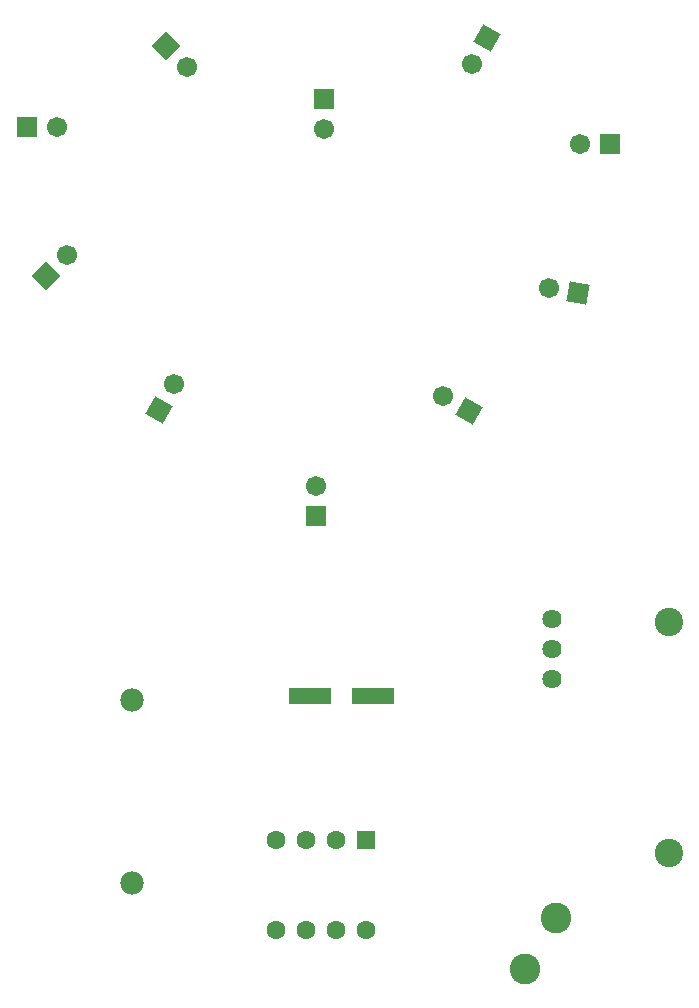
<source format=gts>
G04 Layer: TopSolderMaskLayer*
G04 EasyEDA v6.5.44, 2024-08-08 08:25:12*
G04 3ea92b5279af498992845473a6f1f495,b0d0efe6ac584fe99c24f131b36d675a,10*
G04 Gerber Generator version 0.2*
G04 Scale: 100 percent, Rotated: No, Reflected: No *
G04 Dimensions in millimeters *
G04 leading zeros omitted , absolute positions ,4 integer and 5 decimal *
%FSLAX45Y45*%
%MOMM*%

%AMMACRO1*4,1,8,-1.771,-0.6507,-1.8007,-0.6208,-1.8007,0.621,-1.771,0.6507,1.7708,0.6507,1.8007,0.621,1.8007,-0.6208,1.7708,-0.6507,-1.771,-0.6507,0*%
%AMMACRO2*4,1,8,-1.7711,-0.6507,-1.8009,-0.6208,-1.8009,0.621,-1.7711,0.6507,1.7709,0.6507,1.8009,0.621,1.8009,-0.6208,1.7709,-0.6507,-1.7711,-0.6507,0*%
%AMMACRO3*4,1,8,-0.7711,-0.8009,-0.8009,-0.7709,-0.8009,0.7711,-0.7711,0.8009,0.7709,0.8009,0.8009,0.7711,0.8009,-0.7709,0.7709,-0.8009,-0.7711,-0.8009,0*%
%AMMACRO4*4,1,8,-0.0208,-1.1821,-1.1821,-0.0211,-1.1821,0.0208,-0.0208,1.1821,0.0211,1.1821,1.1821,0.0208,1.1821,-0.0211,0.0211,-1.1821,-0.0208,-1.1821,0*%
%AMMACRO5*4,1,8,-0.8212,-0.8509,-0.8509,-0.8209,-0.8509,0.8212,-0.8212,0.8509,0.8209,0.8509,0.8509,0.8212,0.8509,-0.8209,0.8209,-0.8509,-0.8212,-0.8509,0*%
%AMMACRO6*4,1,8,0.2856,-1.1473,-1.1363,-0.3261,-1.1472,-0.2855,-0.3263,1.1364,-0.2856,1.1473,1.1363,0.3264,1.1472,0.2858,0.3263,-1.1364,0.2856,-1.1473,0*%
%AMMACRO7*4,1,8,0.2855,-1.1472,-1.1364,-0.3263,-1.1473,-0.2856,-0.3264,1.1363,-0.2858,1.1472,1.1364,0.3263,1.1473,0.2856,0.3261,-1.1363,0.2855,-1.1472,0*%
%AMMACRO8*4,1,8,0.6608,-0.9804,-0.9564,-0.6952,-0.9806,-0.6607,-0.6953,0.9563,-0.6608,0.9804,0.9564,0.6955,0.9806,0.6609,0.6953,-0.9563,0.6608,-0.9804,0*%
%AMMACRO9*4,1,8,0.2856,-1.1473,-1.1363,-0.3264,-1.1472,-0.2857,-0.3263,1.1364,-0.2856,1.1473,1.1363,0.3261,1.1472,0.2855,0.3263,-1.1364,0.2856,-1.1473,0*%
%ADD10MACRO1*%
%ADD11MACRO2*%
%ADD12MACRO3*%
%ADD13C,1.6016*%
%ADD14C,1.6256*%
%ADD15C,2.4016*%
%ADD16C,1.9812*%
%ADD17MACRO4*%
%ADD18C,1.7016*%
%ADD19MACRO5*%
%ADD20MACRO6*%
%ADD21MACRO7*%
%ADD22MACRO8*%
%ADD23MACRO9*%
%ADD24C,2.6016*%

%LPD*%
D10*
G01*
X545807Y-2425700D03*
D11*
G01*
X1079804Y-2425700D03*
D12*
G01*
X1016000Y-3644900D03*
D13*
G01*
X762000Y-3644900D03*
G01*
X508000Y-3644900D03*
G01*
X254000Y-3644900D03*
G01*
X1016000Y-4406900D03*
G01*
X762000Y-4406900D03*
G01*
X508000Y-4406900D03*
G01*
X254000Y-4406900D03*
D14*
G01*
X2590800Y-2032000D03*
G01*
X2590800Y-2286000D03*
G01*
X2590800Y-1778000D03*
D15*
G01*
X3581400Y-3756304D03*
G01*
X3581400Y-1806295D03*
D16*
G01*
X-965200Y-2463495D03*
G01*
X-965200Y-4013504D03*
D17*
G01*
X-674014Y3074314D03*
D18*
G01*
X-494385Y2894685D03*
D19*
G01*
X-1854200Y2387600D03*
D18*
G01*
X-1600200Y2387600D03*
D17*
G01*
X-1690014Y1129411D03*
D18*
G01*
X-1510385Y1308988D03*
D20*
G01*
X-736612Y-8382D03*
D18*
G01*
X-609600Y211581D03*
D19*
G01*
X596900Y-901700D03*
D18*
G01*
X596900Y-647700D03*
D19*
G01*
X660400Y2628900D03*
D18*
G01*
X660400Y2374900D03*
D21*
G01*
X1887981Y-12687D03*
D18*
G01*
X1668018Y114300D03*
D22*
G01*
X2817456Y981252D03*
D18*
G01*
X2567330Y1025347D03*
D19*
G01*
X3086100Y2247900D03*
D18*
G01*
X2832100Y2247900D03*
D23*
G01*
X2044687Y3145307D03*
D18*
G01*
X1917700Y2925318D03*
D24*
G01*
X2362200Y-4737100D03*
G01*
X2628900Y-4305300D03*
M02*

</source>
